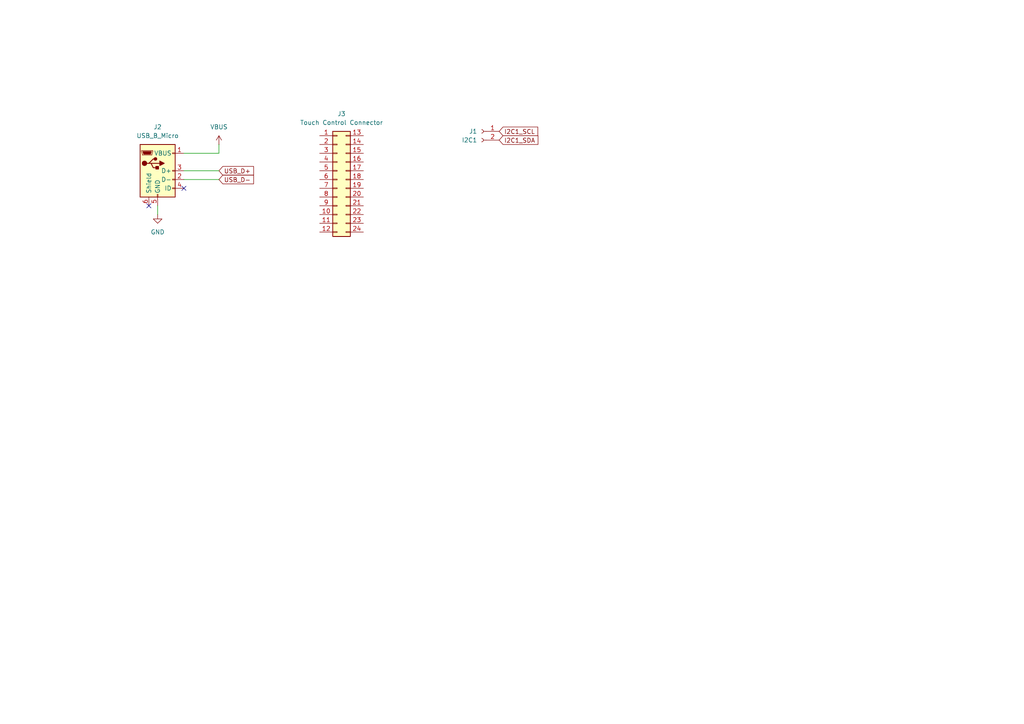
<source format=kicad_sch>
(kicad_sch (version 20231120) (generator "eeschema") (generator_version "8.0")
  (paper "A4")
  (title_block (title "Openithm Blue") (date "2024-11-29") (rev "5") (company "Illini Rhythm Syndicate"))
  (lib_symbols
    (symbol "Connector:Conn_01x02_Socket" (pin_names (offset 1.016) hide)
      (property "Reference" "J" (at 0 2.54 0))
      (property "Value" "Conn_01x02_Socket" (at 0 -5.08 0))
      (symbol "Conn_01x02_Socket_1_1"
        (arc (start 0 -2.032) (mid -0.5058 -2.54) (end 0 -3.048) (stroke (width 0.1524)))
        (polyline (pts (xy -1.27 -2.54) (xy -0.508 -2.54)) (stroke (width 0.1524)))
        (polyline (pts (xy -1.27 0) (xy -0.508 0)) (stroke (width 0.1524)))
        (arc (start 0 0.508) (mid -0.5058 0) (end 0 -0.508) (stroke (width 0.1524)))
        (pin passive line (at -5.08 0 0) (length 3.81) (name "Pin_1") (number "1"))
        (pin passive line (at -5.08 -2.54 0) (length 3.81) (name "Pin_2") (number "2"))
      )
    )
    (symbol "Connector:USB_B_Micro" (pin_names (offset 1.016))
      (property "Reference" "J" (at -5.08 11.43 0))
      (property "Value" "USB_B_Micro" (at -5.08 8.89 0))
      (symbol "USB_B_Micro_0_1"
        (rectangle (start -5.08 -7.62) (end 5.08 7.62) (stroke (width 0.254)) (fill (type background)))
        (circle (center -3.81 2.159) (radius 0.635) (stroke (width 0.254)) (fill (type outline)))
        (circle (center -0.635 3.429) (radius 0.381) (stroke (width 0.254)) (fill (type outline)))
        (rectangle (start -0.127 -7.62) (end 0.127 -6.858))
        (polyline (pts (xy -1.905 2.159) (xy 0.635 2.159)) (stroke (width 0.254)))
        (polyline (pts (xy -3.175 2.159) (xy -2.54 2.159) (xy -1.27 3.429) (xy -0.635 3.429)) (stroke (width 0.254)))
        (polyline (pts (xy -2.54 2.159) (xy -1.905 2.159) (xy -1.27 0.889) (xy 0 0.889)) (stroke (width 0.254)))
        (polyline (pts (xy 0.635 2.794) (xy 0.635 1.524) (xy 1.905 2.159) (xy 0.635 2.794)) (stroke (width 0.254)) (fill (type outline)))
        (polyline (pts (xy -4.318 5.588) (xy -1.778 5.588) (xy -2.032 4.826) (xy -4.064 4.826) (xy -4.318 5.588)) (fill (type outline)))
        (polyline (pts (xy -4.699 5.842) (xy -4.699 5.588) (xy -4.445 4.826) (xy -4.445 4.572) (xy -1.651 4.572) (xy -1.651 4.826) (xy -1.397 5.588) (xy -1.397 5.842) (xy -4.699 5.842)))
        (rectangle (start 0.254 1.27) (end -0.508 0.508) (stroke (width 0.254)) (fill (type outline)))
        (rectangle (start 5.08 -5.207) (end 4.318 -4.953))
        (rectangle (start 5.08 -2.667) (end 4.318 -2.413))
        (rectangle (start 5.08 -0.127) (end 4.318 0.127))
        (rectangle (start 5.08 4.953) (end 4.318 5.207))
      )
      (symbol "USB_B_Micro_1_1"
        (pin power_out line (at 7.62 5.08 180) (length 2.54) (name "VBUS") (number "1"))
        (pin bidirectional line (at 7.62 -2.54 180) (length 2.54) (name "D-") (number "2"))
        (pin bidirectional line (at 7.62 0 180) (length 2.54) (name "D+") (number "3"))
        (pin passive line (at 7.62 -5.08 180) (length 2.54) (name "ID") (number "4"))
        (pin power_out line (at 0 -10.16 90) (length 2.54) (name "GND") (number "5"))
        (pin passive line (at -2.54 -10.16 90) (length 2.54) (name "Shield") (number "6"))
      )
    )
    (symbol "Connector_Generic:Conn_02x12_Top_Bottom" (pin_names (offset 1.016) hide)
      (property "Reference" "J" (at 1.27 15.24 0))
      (property "Value" "Conn_02x12_Top_Bottom" (at 1.27 -17.78 0))
      (symbol "Conn_02x12_Top_Bottom_1_1"
        (rectangle (start -1.27 -15.113) (end 0 -15.367) (stroke (width 0.1524)))
        (rectangle (start -1.27 -12.573) (end 0 -12.827) (stroke (width 0.1524)))
        (rectangle (start -1.27 -10.033) (end 0 -10.287) (stroke (width 0.1524)))
        (rectangle (start -1.27 -7.493) (end 0 -7.747) (stroke (width 0.1524)))
        (rectangle (start -1.27 -4.953) (end 0 -5.207) (stroke (width 0.1524)))
        (rectangle (start -1.27 -2.413) (end 0 -2.667) (stroke (width 0.1524)))
        (rectangle (start -1.27 0.127) (end 0 -0.127) (stroke (width 0.1524)))
        (rectangle (start -1.27 2.667) (end 0 2.413) (stroke (width 0.1524)))
        (rectangle (start -1.27 5.207) (end 0 4.953) (stroke (width 0.1524)))
        (rectangle (start -1.27 7.747) (end 0 7.493) (stroke (width 0.1524)))
        (rectangle (start -1.27 10.287) (end 0 10.033) (stroke (width 0.1524)))
        (rectangle (start -1.27 12.827) (end 0 12.573) (stroke (width 0.1524)))
        (rectangle (start -1.27 13.97) (end 3.81 -16.51) (stroke (width 0.254)) (fill (type background)))
        (rectangle (start 3.81 -15.113) (end 2.54 -15.367) (stroke (width 0.1524)))
        (rectangle (start 3.81 -12.573) (end 2.54 -12.827) (stroke (width 0.1524)))
        (rectangle (start 3.81 -10.033) (end 2.54 -10.287) (stroke (width 0.1524)))
        (rectangle (start 3.81 -7.493) (end 2.54 -7.747) (stroke (width 0.1524)))
        (rectangle (start 3.81 -4.953) (end 2.54 -5.207) (stroke (width 0.1524)))
        (rectangle (start 3.81 -2.413) (end 2.54 -2.667) (stroke (width 0.1524)))
        (rectangle (start 3.81 0.127) (end 2.54 -0.127) (stroke (width 0.1524)))
        (rectangle (start 3.81 2.667) (end 2.54 2.413) (stroke (width 0.1524)))
        (rectangle (start 3.81 5.207) (end 2.54 4.953) (stroke (width 0.1524)))
        (rectangle (start 3.81 7.747) (end 2.54 7.493) (stroke (width 0.1524)))
        (rectangle (start 3.81 10.287) (end 2.54 10.033) (stroke (width 0.1524)))
        (rectangle (start 3.81 12.827) (end 2.54 12.573) (stroke (width 0.1524)))
        (pin passive line (at -5.08 12.7 0) (length 3.81) (name "Pin_1") (number "1"))
        (pin passive line (at -5.08 -10.16 0) (length 3.81) (name "Pin_10") (number "10"))
        (pin passive line (at -5.08 -12.7 0) (length 3.81) (name "Pin_11") (number "11"))
        (pin passive line (at -5.08 -15.24 0) (length 3.81) (name "Pin_12") (number "12"))
        (pin passive line (at 7.62 12.7 180) (length 3.81) (name "Pin_13") (number "13"))
        (pin passive line (at 7.62 10.16 180) (length 3.81) (name "Pin_14") (number "14"))
        (pin passive line (at 7.62 7.62 180) (length 3.81) (name "Pin_15") (number "15"))
        (pin passive line (at 7.62 5.08 180) (length 3.81) (name "Pin_16") (number "16"))
        (pin passive line (at 7.62 2.54 180) (length 3.81) (name "Pin_17") (number "17"))
        (pin passive line (at 7.62 0 180) (length 3.81) (name "Pin_18") (number "18"))
        (pin passive line (at 7.62 -2.54 180) (length 3.81) (name "Pin_19") (number "19"))
        (pin passive line (at -5.08 10.16 0) (length 3.81) (name "Pin_2") (number "2"))
        (pin passive line (at 7.62 -5.08 180) (length 3.81) (name "Pin_20") (number "20"))
        (pin passive line (at 7.62 -7.62 180) (length 3.81) (name "Pin_21") (number "21"))
        (pin passive line (at 7.62 -10.16 180) (length 3.81) (name "Pin_22") (number "22"))
        (pin passive line (at 7.62 -12.7 180) (length 3.81) (name "Pin_23") (number "23"))
        (pin passive line (at 7.62 -15.24 180) (length 3.81) (name "Pin_24") (number "24"))
        (pin passive line (at -5.08 7.62 0) (length 3.81) (name "Pin_3") (number "3"))
        (pin passive line (at -5.08 5.08 0) (length 3.81) (name "Pin_4") (number "4"))
        (pin passive line (at -5.08 2.54 0) (length 3.81) (name "Pin_5") (number "5"))
        (pin passive line (at -5.08 0 0) (length 3.81) (name "Pin_6") (number "6"))
        (pin passive line (at -5.08 -2.54 0) (length 3.81) (name "Pin_7") (number "7"))
        (pin passive line (at -5.08 -5.08 0) (length 3.81) (name "Pin_8") (number "8"))
        (pin passive line (at -5.08 -7.62 0) (length 3.81) (name "Pin_9") (number "9"))
      )
    )
    (symbol "power:GND" (power) (pin_numbers hide) (pin_names (offset 0) hide)
      (property "Value" "GND" (at 0 -3.81 0))
      (symbol "GND_0_1"
        (polyline (pts (xy 0 0) (xy 0 -1.27) (xy 1.27 -1.27) (xy 0 -2.54) (xy -1.27 -1.27) (xy 0 -1.27)))
      )
      (symbol "GND_1_1"
        (pin power_in line (at 0 0 270) (length 0) (name "~") (number "1"))
      )
    )
    (symbol "power:VBUS" (power) (pin_numbers hide) (pin_names (offset 0) hide)
      (property "Value" "VBUS" (at 0 3.556 0))
      (symbol "VBUS_0_1"
        (polyline (pts (xy -0.762 1.27) (xy 0 2.54)))
        (polyline (pts (xy 0 0) (xy 0 2.54)))
        (polyline (pts (xy 0 2.54) (xy 0.762 1.27)))
      )
      (symbol "VBUS_1_1"
        (pin power_in line (at 0 0 90) (length 0) (name "~") (number "1"))
      )
    )
  )
  (no_connect (at 53.34 54.61))
  (no_connect (at 43.18 59.69))
  (wire (pts (xy 63.5 52.07) (xy 53.34 52.07)))
  (wire (pts (xy 63.5 44.45) (xy 63.5 41.91)))
  (wire (pts (xy 63.5 49.53) (xy 53.34 49.53)))
  (wire (pts (xy 45.72 62.23) (xy 45.72 59.69)))
  (wire (pts (xy 53.34 44.45) (xy 63.5 44.45)))
  (global_label "USB_D+" (shape input) (at 63.5 49.53 0) (property "Intersheetrefs" "${INTERSHEET_REFS}" (effects (hide yes))))
  (global_label "USB_D-" (shape input) (at 63.5 52.07 0) (property "Intersheetrefs" "${INTERSHEET_REFS}" (effects (hide yes))))
  (global_label "I2C1_SCL" (shape input) (at 144.78 38.1 0) (property "Intersheetrefs" "${INTERSHEET_REFS}" (effects (hide yes))))
  (global_label "I2C1_SDA" (shape input) (at 144.78 40.64 0) (property "Intersheetrefs" "${INTERSHEET_REFS}" (effects (hide yes))))
  (symbol (lib_id "Connector:Conn_01x02_Socket") (at 139.7 38.1 0) (mirror y) (unit 1)
    (property "Reference" "J1" (at 138.43 38.0999 0) (effects (justify left)))
    (property "Value" "I2C1" (at 138.43 40.6399 0) (effects (justify left)))
    (property "Footprint" "Connector_PinHeader_2.54mm:PinHeader_1x02_P2.54mm_Vertical" (effects (hide yes)))
    (property "Description" "Generic connector, single row, 01x02, script generated" (effects (hide yes)))
  )
  (symbol (lib_id "power:VBUS") (at 63.5 41.91 0) (unit 1)
    (property "Reference" "#PWR016" (effects (hide yes)))
    (property "Value" "VBUS" (at 63.5 36.83 0))
    (property "Description" "Power symbol creates a global label with name \"VBUS\"" (effects (hide yes)))
  )
  (symbol (lib_id "Connector:USB_B_Micro") (at 45.72 49.53 0) (unit 1)
    (property "Reference" "J2" (at 45.72 36.83 0))
    (property "Value" "USB_B_Micro" (at 45.72 39.37 0))
    (property "Footprint" "Connector_USB:USB_Micro-B_Wuerth_629105150521" (effects (hide yes)))
    (property "Datasheet" "https://www.we-online.com/components/products/datasheet/629105150521.pdf" (effects (hide yes)))
    (property "Description" "USB Micro Type B connector" (effects (hide yes)))
  )
  (symbol (lib_id "Connector_Generic:Conn_02x12_Top_Bottom") (at 97.79 52.07 0) (unit 1)
    (property "Reference" "J3" (at 99.06 33.02 0))
    (property "Value" "Touch Control Connector" (at 99.06 35.56 0))
    (property "Footprint" "Connector_JST:JST_PHD_S24B-PHDSS_2x12_P2.00mm_Horizontal" (effects (hide yes)))
    (property "Description" "Generic connector, double row, 02x12, top/bottom pin numbering scheme (row 1: 1...pins_per_row, row2: pins_per_row+1 ... num_pins), script generated (kicad-library-utils/schlib/autogen/connector/)" (effects (hide yes)))
  )
  (symbol (lib_id "power:GND") (at 45.72 62.23 0) (unit 1)
    (property "Reference" "#PWR017" (effects (hide yes)))
    (property "Value" "GND" (at 45.72 67.31 0))
    (property "Description" "Power symbol creates a global label with name \"GND\" , ground" (effects (hide yes)))
  )
)
</source>
